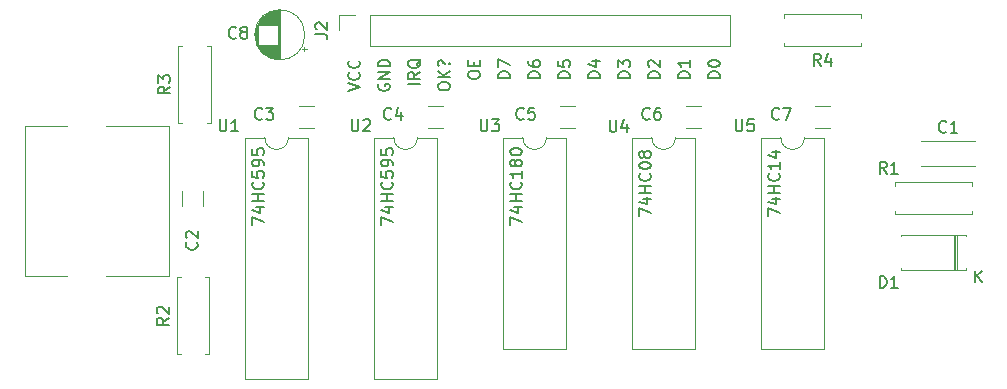
<source format=gto>
G04 #@! TF.GenerationSoftware,KiCad,Pcbnew,(5.1.9-0-10_14)*
G04 #@! TF.CreationDate,2021-06-10T12:32:47+02:00*
G04 #@! TF.ProjectId,keyboard,6b657962-6f61-4726-942e-6b696361645f,rev?*
G04 #@! TF.SameCoordinates,Original*
G04 #@! TF.FileFunction,Legend,Top*
G04 #@! TF.FilePolarity,Positive*
%FSLAX46Y46*%
G04 Gerber Fmt 4.6, Leading zero omitted, Abs format (unit mm)*
G04 Created by KiCad (PCBNEW (5.1.9-0-10_14)) date 2021-06-10 12:32:47*
%MOMM*%
%LPD*%
G01*
G04 APERTURE LIST*
%ADD10C,0.150000*%
%ADD11C,0.120000*%
%ADD12C,0.100000*%
%ADD13C,6.400000*%
%ADD14C,1.200000*%
%ADD15R,1.200000X1.200000*%
%ADD16R,3.200400X2.169160*%
%ADD17R,1.998980X3.200400*%
%ADD18C,1.700000*%
%ADD19O,1.600000X1.600000*%
%ADD20R,1.600000X1.600000*%
%ADD21C,1.600000*%
%ADD22O,2.200000X2.200000*%
%ADD23R,2.200000X2.200000*%
%ADD24O,1.700000X1.700000*%
%ADD25R,1.700000X1.700000*%
G04 APERTURE END LIST*
D10*
X134564380Y-66524095D02*
X133564380Y-66524095D01*
X133564380Y-66286000D01*
X133612000Y-66143142D01*
X133707238Y-66047904D01*
X133802476Y-66000285D01*
X133992952Y-65952666D01*
X134135809Y-65952666D01*
X134326285Y-66000285D01*
X134421523Y-66047904D01*
X134516761Y-66143142D01*
X134564380Y-66286000D01*
X134564380Y-66524095D01*
X133564380Y-65333619D02*
X133564380Y-65238380D01*
X133612000Y-65143142D01*
X133659619Y-65095523D01*
X133754857Y-65047904D01*
X133945333Y-65000285D01*
X134183428Y-65000285D01*
X134373904Y-65047904D01*
X134469142Y-65095523D01*
X134516761Y-65143142D01*
X134564380Y-65238380D01*
X134564380Y-65333619D01*
X134516761Y-65428857D01*
X134469142Y-65476476D01*
X134373904Y-65524095D01*
X134183428Y-65571714D01*
X133945333Y-65571714D01*
X133754857Y-65524095D01*
X133659619Y-65476476D01*
X133612000Y-65428857D01*
X133564380Y-65333619D01*
X132024380Y-66524095D02*
X131024380Y-66524095D01*
X131024380Y-66286000D01*
X131072000Y-66143142D01*
X131167238Y-66047904D01*
X131262476Y-66000285D01*
X131452952Y-65952666D01*
X131595809Y-65952666D01*
X131786285Y-66000285D01*
X131881523Y-66047904D01*
X131976761Y-66143142D01*
X132024380Y-66286000D01*
X132024380Y-66524095D01*
X132024380Y-65000285D02*
X132024380Y-65571714D01*
X132024380Y-65286000D02*
X131024380Y-65286000D01*
X131167238Y-65381238D01*
X131262476Y-65476476D01*
X131310095Y-65571714D01*
X129484380Y-66524095D02*
X128484380Y-66524095D01*
X128484380Y-66286000D01*
X128532000Y-66143142D01*
X128627238Y-66047904D01*
X128722476Y-66000285D01*
X128912952Y-65952666D01*
X129055809Y-65952666D01*
X129246285Y-66000285D01*
X129341523Y-66047904D01*
X129436761Y-66143142D01*
X129484380Y-66286000D01*
X129484380Y-66524095D01*
X128579619Y-65571714D02*
X128532000Y-65524095D01*
X128484380Y-65428857D01*
X128484380Y-65190761D01*
X128532000Y-65095523D01*
X128579619Y-65047904D01*
X128674857Y-65000285D01*
X128770095Y-65000285D01*
X128912952Y-65047904D01*
X129484380Y-65619333D01*
X129484380Y-65000285D01*
X126944380Y-66524095D02*
X125944380Y-66524095D01*
X125944380Y-66286000D01*
X125992000Y-66143142D01*
X126087238Y-66047904D01*
X126182476Y-66000285D01*
X126372952Y-65952666D01*
X126515809Y-65952666D01*
X126706285Y-66000285D01*
X126801523Y-66047904D01*
X126896761Y-66143142D01*
X126944380Y-66286000D01*
X126944380Y-66524095D01*
X125944380Y-65619333D02*
X125944380Y-65000285D01*
X126325333Y-65333619D01*
X126325333Y-65190761D01*
X126372952Y-65095523D01*
X126420571Y-65047904D01*
X126515809Y-65000285D01*
X126753904Y-65000285D01*
X126849142Y-65047904D01*
X126896761Y-65095523D01*
X126944380Y-65190761D01*
X126944380Y-65476476D01*
X126896761Y-65571714D01*
X126849142Y-65619333D01*
X124404380Y-66524095D02*
X123404380Y-66524095D01*
X123404380Y-66286000D01*
X123452000Y-66143142D01*
X123547238Y-66047904D01*
X123642476Y-66000285D01*
X123832952Y-65952666D01*
X123975809Y-65952666D01*
X124166285Y-66000285D01*
X124261523Y-66047904D01*
X124356761Y-66143142D01*
X124404380Y-66286000D01*
X124404380Y-66524095D01*
X123737714Y-65095523D02*
X124404380Y-65095523D01*
X123356761Y-65333619D02*
X124071047Y-65571714D01*
X124071047Y-64952666D01*
X121864380Y-66524095D02*
X120864380Y-66524095D01*
X120864380Y-66286000D01*
X120912000Y-66143142D01*
X121007238Y-66047904D01*
X121102476Y-66000285D01*
X121292952Y-65952666D01*
X121435809Y-65952666D01*
X121626285Y-66000285D01*
X121721523Y-66047904D01*
X121816761Y-66143142D01*
X121864380Y-66286000D01*
X121864380Y-66524095D01*
X120864380Y-65047904D02*
X120864380Y-65524095D01*
X121340571Y-65571714D01*
X121292952Y-65524095D01*
X121245333Y-65428857D01*
X121245333Y-65190761D01*
X121292952Y-65095523D01*
X121340571Y-65047904D01*
X121435809Y-65000285D01*
X121673904Y-65000285D01*
X121769142Y-65047904D01*
X121816761Y-65095523D01*
X121864380Y-65190761D01*
X121864380Y-65428857D01*
X121816761Y-65524095D01*
X121769142Y-65571714D01*
X119324380Y-66524095D02*
X118324380Y-66524095D01*
X118324380Y-66286000D01*
X118372000Y-66143142D01*
X118467238Y-66047904D01*
X118562476Y-66000285D01*
X118752952Y-65952666D01*
X118895809Y-65952666D01*
X119086285Y-66000285D01*
X119181523Y-66047904D01*
X119276761Y-66143142D01*
X119324380Y-66286000D01*
X119324380Y-66524095D01*
X118324380Y-65095523D02*
X118324380Y-65286000D01*
X118372000Y-65381238D01*
X118419619Y-65428857D01*
X118562476Y-65524095D01*
X118752952Y-65571714D01*
X119133904Y-65571714D01*
X119229142Y-65524095D01*
X119276761Y-65476476D01*
X119324380Y-65381238D01*
X119324380Y-65190761D01*
X119276761Y-65095523D01*
X119229142Y-65047904D01*
X119133904Y-65000285D01*
X118895809Y-65000285D01*
X118800571Y-65047904D01*
X118752952Y-65095523D01*
X118705333Y-65190761D01*
X118705333Y-65381238D01*
X118752952Y-65476476D01*
X118800571Y-65524095D01*
X118895809Y-65571714D01*
X116784380Y-66524095D02*
X115784380Y-66524095D01*
X115784380Y-66286000D01*
X115832000Y-66143142D01*
X115927238Y-66047904D01*
X116022476Y-66000285D01*
X116212952Y-65952666D01*
X116355809Y-65952666D01*
X116546285Y-66000285D01*
X116641523Y-66047904D01*
X116736761Y-66143142D01*
X116784380Y-66286000D01*
X116784380Y-66524095D01*
X115784380Y-65619333D02*
X115784380Y-64952666D01*
X116784380Y-65381238D01*
X113244380Y-66333619D02*
X113244380Y-66143142D01*
X113292000Y-66047904D01*
X113387238Y-65952666D01*
X113577714Y-65905047D01*
X113911047Y-65905047D01*
X114101523Y-65952666D01*
X114196761Y-66047904D01*
X114244380Y-66143142D01*
X114244380Y-66333619D01*
X114196761Y-66428857D01*
X114101523Y-66524095D01*
X113911047Y-66571714D01*
X113577714Y-66571714D01*
X113387238Y-66524095D01*
X113292000Y-66428857D01*
X113244380Y-66333619D01*
X113720571Y-65476476D02*
X113720571Y-65143142D01*
X114244380Y-65000285D02*
X114244380Y-65476476D01*
X113244380Y-65476476D01*
X113244380Y-65000285D01*
X110704380Y-67317809D02*
X110704380Y-67127333D01*
X110752000Y-67032095D01*
X110847238Y-66936857D01*
X111037714Y-66889238D01*
X111371047Y-66889238D01*
X111561523Y-66936857D01*
X111656761Y-67032095D01*
X111704380Y-67127333D01*
X111704380Y-67317809D01*
X111656761Y-67413047D01*
X111561523Y-67508285D01*
X111371047Y-67555904D01*
X111037714Y-67555904D01*
X110847238Y-67508285D01*
X110752000Y-67413047D01*
X110704380Y-67317809D01*
X111704380Y-66460666D02*
X110704380Y-66460666D01*
X111704380Y-65889238D02*
X111132952Y-66317809D01*
X110704380Y-65889238D02*
X111275809Y-66460666D01*
X111609142Y-65317809D02*
X111656761Y-65270190D01*
X111704380Y-65317809D01*
X111656761Y-65365428D01*
X111609142Y-65317809D01*
X111704380Y-65317809D01*
X110752000Y-65508285D02*
X110704380Y-65413047D01*
X110704380Y-65174952D01*
X110752000Y-65079714D01*
X110847238Y-65032095D01*
X110942476Y-65032095D01*
X111037714Y-65079714D01*
X111085333Y-65127333D01*
X111132952Y-65222571D01*
X111180571Y-65270190D01*
X111275809Y-65317809D01*
X111323428Y-65317809D01*
X109164380Y-67063809D02*
X108164380Y-67063809D01*
X109164380Y-66016190D02*
X108688190Y-66349523D01*
X109164380Y-66587619D02*
X108164380Y-66587619D01*
X108164380Y-66206666D01*
X108212000Y-66111428D01*
X108259619Y-66063809D01*
X108354857Y-66016190D01*
X108497714Y-66016190D01*
X108592952Y-66063809D01*
X108640571Y-66111428D01*
X108688190Y-66206666D01*
X108688190Y-66587619D01*
X109259619Y-64920952D02*
X109212000Y-65016190D01*
X109116761Y-65111428D01*
X108973904Y-65254285D01*
X108926285Y-65349523D01*
X108926285Y-65444761D01*
X109164380Y-65397142D02*
X109116761Y-65492380D01*
X109021523Y-65587619D01*
X108831047Y-65635238D01*
X108497714Y-65635238D01*
X108307238Y-65587619D01*
X108212000Y-65492380D01*
X108164380Y-65397142D01*
X108164380Y-65206666D01*
X108212000Y-65111428D01*
X108307238Y-65016190D01*
X108497714Y-64968571D01*
X108831047Y-64968571D01*
X109021523Y-65016190D01*
X109116761Y-65111428D01*
X109164380Y-65206666D01*
X109164380Y-65397142D01*
X105672000Y-67055904D02*
X105624380Y-67151142D01*
X105624380Y-67294000D01*
X105672000Y-67436857D01*
X105767238Y-67532095D01*
X105862476Y-67579714D01*
X106052952Y-67627333D01*
X106195809Y-67627333D01*
X106386285Y-67579714D01*
X106481523Y-67532095D01*
X106576761Y-67436857D01*
X106624380Y-67294000D01*
X106624380Y-67198761D01*
X106576761Y-67055904D01*
X106529142Y-67008285D01*
X106195809Y-67008285D01*
X106195809Y-67198761D01*
X106624380Y-66579714D02*
X105624380Y-66579714D01*
X106624380Y-66008285D01*
X105624380Y-66008285D01*
X106624380Y-65532095D02*
X105624380Y-65532095D01*
X105624380Y-65294000D01*
X105672000Y-65151142D01*
X105767238Y-65055904D01*
X105862476Y-65008285D01*
X106052952Y-64960666D01*
X106195809Y-64960666D01*
X106386285Y-65008285D01*
X106481523Y-65055904D01*
X106576761Y-65151142D01*
X106624380Y-65294000D01*
X106624380Y-65532095D01*
X103084380Y-67627333D02*
X104084380Y-67294000D01*
X103084380Y-66960666D01*
X103989142Y-66055904D02*
X104036761Y-66103523D01*
X104084380Y-66246380D01*
X104084380Y-66341619D01*
X104036761Y-66484476D01*
X103941523Y-66579714D01*
X103846285Y-66627333D01*
X103655809Y-66674952D01*
X103512952Y-66674952D01*
X103322476Y-66627333D01*
X103227238Y-66579714D01*
X103132000Y-66484476D01*
X103084380Y-66341619D01*
X103084380Y-66246380D01*
X103132000Y-66103523D01*
X103179619Y-66055904D01*
X103989142Y-65055904D02*
X104036761Y-65103523D01*
X104084380Y-65246380D01*
X104084380Y-65341619D01*
X104036761Y-65484476D01*
X103941523Y-65579714D01*
X103846285Y-65627333D01*
X103655809Y-65674952D01*
X103512952Y-65674952D01*
X103322476Y-65627333D01*
X103227238Y-65579714D01*
X103132000Y-65484476D01*
X103084380Y-65341619D01*
X103084380Y-65246380D01*
X103132000Y-65103523D01*
X103179619Y-65055904D01*
X138644380Y-78223714D02*
X138644380Y-77557047D01*
X139644380Y-77985619D01*
X138977714Y-76747523D02*
X139644380Y-76747523D01*
X138596761Y-76985619D02*
X139311047Y-77223714D01*
X139311047Y-76604666D01*
X139644380Y-76223714D02*
X138644380Y-76223714D01*
X139120571Y-76223714D02*
X139120571Y-75652285D01*
X139644380Y-75652285D02*
X138644380Y-75652285D01*
X139549142Y-74604666D02*
X139596761Y-74652285D01*
X139644380Y-74795142D01*
X139644380Y-74890380D01*
X139596761Y-75033238D01*
X139501523Y-75128476D01*
X139406285Y-75176095D01*
X139215809Y-75223714D01*
X139072952Y-75223714D01*
X138882476Y-75176095D01*
X138787238Y-75128476D01*
X138692000Y-75033238D01*
X138644380Y-74890380D01*
X138644380Y-74795142D01*
X138692000Y-74652285D01*
X138739619Y-74604666D01*
X139644380Y-73652285D02*
X139644380Y-74223714D01*
X139644380Y-73938000D02*
X138644380Y-73938000D01*
X138787238Y-74033238D01*
X138882476Y-74128476D01*
X138930095Y-74223714D01*
X138977714Y-72795142D02*
X139644380Y-72795142D01*
X138596761Y-73033238D02*
X139311047Y-73271333D01*
X139311047Y-72652285D01*
X127722380Y-78223714D02*
X127722380Y-77557047D01*
X128722380Y-77985619D01*
X128055714Y-76747523D02*
X128722380Y-76747523D01*
X127674761Y-76985619D02*
X128389047Y-77223714D01*
X128389047Y-76604666D01*
X128722380Y-76223714D02*
X127722380Y-76223714D01*
X128198571Y-76223714D02*
X128198571Y-75652285D01*
X128722380Y-75652285D02*
X127722380Y-75652285D01*
X128627142Y-74604666D02*
X128674761Y-74652285D01*
X128722380Y-74795142D01*
X128722380Y-74890380D01*
X128674761Y-75033238D01*
X128579523Y-75128476D01*
X128484285Y-75176095D01*
X128293809Y-75223714D01*
X128150952Y-75223714D01*
X127960476Y-75176095D01*
X127865238Y-75128476D01*
X127770000Y-75033238D01*
X127722380Y-74890380D01*
X127722380Y-74795142D01*
X127770000Y-74652285D01*
X127817619Y-74604666D01*
X127722380Y-73985619D02*
X127722380Y-73890380D01*
X127770000Y-73795142D01*
X127817619Y-73747523D01*
X127912857Y-73699904D01*
X128103333Y-73652285D01*
X128341428Y-73652285D01*
X128531904Y-73699904D01*
X128627142Y-73747523D01*
X128674761Y-73795142D01*
X128722380Y-73890380D01*
X128722380Y-73985619D01*
X128674761Y-74080857D01*
X128627142Y-74128476D01*
X128531904Y-74176095D01*
X128341428Y-74223714D01*
X128103333Y-74223714D01*
X127912857Y-74176095D01*
X127817619Y-74128476D01*
X127770000Y-74080857D01*
X127722380Y-73985619D01*
X128150952Y-73080857D02*
X128103333Y-73176095D01*
X128055714Y-73223714D01*
X127960476Y-73271333D01*
X127912857Y-73271333D01*
X127817619Y-73223714D01*
X127770000Y-73176095D01*
X127722380Y-73080857D01*
X127722380Y-72890380D01*
X127770000Y-72795142D01*
X127817619Y-72747523D01*
X127912857Y-72699904D01*
X127960476Y-72699904D01*
X128055714Y-72747523D01*
X128103333Y-72795142D01*
X128150952Y-72890380D01*
X128150952Y-73080857D01*
X128198571Y-73176095D01*
X128246190Y-73223714D01*
X128341428Y-73271333D01*
X128531904Y-73271333D01*
X128627142Y-73223714D01*
X128674761Y-73176095D01*
X128722380Y-73080857D01*
X128722380Y-72890380D01*
X128674761Y-72795142D01*
X128627142Y-72747523D01*
X128531904Y-72699904D01*
X128341428Y-72699904D01*
X128246190Y-72747523D01*
X128198571Y-72795142D01*
X128150952Y-72890380D01*
X116800380Y-78953904D02*
X116800380Y-78287238D01*
X117800380Y-78715809D01*
X117133714Y-77477714D02*
X117800380Y-77477714D01*
X116752761Y-77715809D02*
X117467047Y-77953904D01*
X117467047Y-77334857D01*
X117800380Y-76953904D02*
X116800380Y-76953904D01*
X117276571Y-76953904D02*
X117276571Y-76382476D01*
X117800380Y-76382476D02*
X116800380Y-76382476D01*
X117705142Y-75334857D02*
X117752761Y-75382476D01*
X117800380Y-75525333D01*
X117800380Y-75620571D01*
X117752761Y-75763428D01*
X117657523Y-75858666D01*
X117562285Y-75906285D01*
X117371809Y-75953904D01*
X117228952Y-75953904D01*
X117038476Y-75906285D01*
X116943238Y-75858666D01*
X116848000Y-75763428D01*
X116800380Y-75620571D01*
X116800380Y-75525333D01*
X116848000Y-75382476D01*
X116895619Y-75334857D01*
X117800380Y-74382476D02*
X117800380Y-74953904D01*
X117800380Y-74668190D02*
X116800380Y-74668190D01*
X116943238Y-74763428D01*
X117038476Y-74858666D01*
X117086095Y-74953904D01*
X117228952Y-73811047D02*
X117181333Y-73906285D01*
X117133714Y-73953904D01*
X117038476Y-74001523D01*
X116990857Y-74001523D01*
X116895619Y-73953904D01*
X116848000Y-73906285D01*
X116800380Y-73811047D01*
X116800380Y-73620571D01*
X116848000Y-73525333D01*
X116895619Y-73477714D01*
X116990857Y-73430095D01*
X117038476Y-73430095D01*
X117133714Y-73477714D01*
X117181333Y-73525333D01*
X117228952Y-73620571D01*
X117228952Y-73811047D01*
X117276571Y-73906285D01*
X117324190Y-73953904D01*
X117419428Y-74001523D01*
X117609904Y-74001523D01*
X117705142Y-73953904D01*
X117752761Y-73906285D01*
X117800380Y-73811047D01*
X117800380Y-73620571D01*
X117752761Y-73525333D01*
X117705142Y-73477714D01*
X117609904Y-73430095D01*
X117419428Y-73430095D01*
X117324190Y-73477714D01*
X117276571Y-73525333D01*
X117228952Y-73620571D01*
X116800380Y-72811047D02*
X116800380Y-72715809D01*
X116848000Y-72620571D01*
X116895619Y-72572952D01*
X116990857Y-72525333D01*
X117181333Y-72477714D01*
X117419428Y-72477714D01*
X117609904Y-72525333D01*
X117705142Y-72572952D01*
X117752761Y-72620571D01*
X117800380Y-72715809D01*
X117800380Y-72811047D01*
X117752761Y-72906285D01*
X117705142Y-72953904D01*
X117609904Y-73001523D01*
X117419428Y-73049142D01*
X117181333Y-73049142D01*
X116990857Y-73001523D01*
X116895619Y-72953904D01*
X116848000Y-72906285D01*
X116800380Y-72811047D01*
X105878380Y-78953904D02*
X105878380Y-78287238D01*
X106878380Y-78715809D01*
X106211714Y-77477714D02*
X106878380Y-77477714D01*
X105830761Y-77715809D02*
X106545047Y-77953904D01*
X106545047Y-77334857D01*
X106878380Y-76953904D02*
X105878380Y-76953904D01*
X106354571Y-76953904D02*
X106354571Y-76382476D01*
X106878380Y-76382476D02*
X105878380Y-76382476D01*
X106783142Y-75334857D02*
X106830761Y-75382476D01*
X106878380Y-75525333D01*
X106878380Y-75620571D01*
X106830761Y-75763428D01*
X106735523Y-75858666D01*
X106640285Y-75906285D01*
X106449809Y-75953904D01*
X106306952Y-75953904D01*
X106116476Y-75906285D01*
X106021238Y-75858666D01*
X105926000Y-75763428D01*
X105878380Y-75620571D01*
X105878380Y-75525333D01*
X105926000Y-75382476D01*
X105973619Y-75334857D01*
X105878380Y-74430095D02*
X105878380Y-74906285D01*
X106354571Y-74953904D01*
X106306952Y-74906285D01*
X106259333Y-74811047D01*
X106259333Y-74572952D01*
X106306952Y-74477714D01*
X106354571Y-74430095D01*
X106449809Y-74382476D01*
X106687904Y-74382476D01*
X106783142Y-74430095D01*
X106830761Y-74477714D01*
X106878380Y-74572952D01*
X106878380Y-74811047D01*
X106830761Y-74906285D01*
X106783142Y-74953904D01*
X106878380Y-73906285D02*
X106878380Y-73715809D01*
X106830761Y-73620571D01*
X106783142Y-73572952D01*
X106640285Y-73477714D01*
X106449809Y-73430095D01*
X106068857Y-73430095D01*
X105973619Y-73477714D01*
X105926000Y-73525333D01*
X105878380Y-73620571D01*
X105878380Y-73811047D01*
X105926000Y-73906285D01*
X105973619Y-73953904D01*
X106068857Y-74001523D01*
X106306952Y-74001523D01*
X106402190Y-73953904D01*
X106449809Y-73906285D01*
X106497428Y-73811047D01*
X106497428Y-73620571D01*
X106449809Y-73525333D01*
X106402190Y-73477714D01*
X106306952Y-73430095D01*
X105878380Y-72525333D02*
X105878380Y-73001523D01*
X106354571Y-73049142D01*
X106306952Y-73001523D01*
X106259333Y-72906285D01*
X106259333Y-72668190D01*
X106306952Y-72572952D01*
X106354571Y-72525333D01*
X106449809Y-72477714D01*
X106687904Y-72477714D01*
X106783142Y-72525333D01*
X106830761Y-72572952D01*
X106878380Y-72668190D01*
X106878380Y-72906285D01*
X106830761Y-73001523D01*
X106783142Y-73049142D01*
X94956380Y-78953904D02*
X94956380Y-78287238D01*
X95956380Y-78715809D01*
X95289714Y-77477714D02*
X95956380Y-77477714D01*
X94908761Y-77715809D02*
X95623047Y-77953904D01*
X95623047Y-77334857D01*
X95956380Y-76953904D02*
X94956380Y-76953904D01*
X95432571Y-76953904D02*
X95432571Y-76382476D01*
X95956380Y-76382476D02*
X94956380Y-76382476D01*
X95861142Y-75334857D02*
X95908761Y-75382476D01*
X95956380Y-75525333D01*
X95956380Y-75620571D01*
X95908761Y-75763428D01*
X95813523Y-75858666D01*
X95718285Y-75906285D01*
X95527809Y-75953904D01*
X95384952Y-75953904D01*
X95194476Y-75906285D01*
X95099238Y-75858666D01*
X95004000Y-75763428D01*
X94956380Y-75620571D01*
X94956380Y-75525333D01*
X95004000Y-75382476D01*
X95051619Y-75334857D01*
X94956380Y-74430095D02*
X94956380Y-74906285D01*
X95432571Y-74953904D01*
X95384952Y-74906285D01*
X95337333Y-74811047D01*
X95337333Y-74572952D01*
X95384952Y-74477714D01*
X95432571Y-74430095D01*
X95527809Y-74382476D01*
X95765904Y-74382476D01*
X95861142Y-74430095D01*
X95908761Y-74477714D01*
X95956380Y-74572952D01*
X95956380Y-74811047D01*
X95908761Y-74906285D01*
X95861142Y-74953904D01*
X95956380Y-73906285D02*
X95956380Y-73715809D01*
X95908761Y-73620571D01*
X95861142Y-73572952D01*
X95718285Y-73477714D01*
X95527809Y-73430095D01*
X95146857Y-73430095D01*
X95051619Y-73477714D01*
X95004000Y-73525333D01*
X94956380Y-73620571D01*
X94956380Y-73811047D01*
X95004000Y-73906285D01*
X95051619Y-73953904D01*
X95146857Y-74001523D01*
X95384952Y-74001523D01*
X95480190Y-73953904D01*
X95527809Y-73906285D01*
X95575428Y-73811047D01*
X95575428Y-73620571D01*
X95527809Y-73525333D01*
X95480190Y-73477714D01*
X95384952Y-73430095D01*
X94956380Y-72525333D02*
X94956380Y-73001523D01*
X95432571Y-73049142D01*
X95384952Y-73001523D01*
X95337333Y-72906285D01*
X95337333Y-72668190D01*
X95384952Y-72572952D01*
X95432571Y-72525333D01*
X95527809Y-72477714D01*
X95765904Y-72477714D01*
X95861142Y-72525333D01*
X95908761Y-72572952D01*
X95956380Y-72668190D01*
X95956380Y-72906285D01*
X95908761Y-73001523D01*
X95861142Y-73049142D01*
D11*
X99367801Y-64260000D02*
X99367801Y-63860000D01*
X99567801Y-64060000D02*
X99167801Y-64060000D01*
X95217000Y-63235000D02*
X95217000Y-62495000D01*
X95257000Y-63402000D02*
X95257000Y-62328000D01*
X95297000Y-63529000D02*
X95297000Y-62201000D01*
X95337000Y-63633000D02*
X95337000Y-62097000D01*
X95377000Y-63724000D02*
X95377000Y-62006000D01*
X95417000Y-63805000D02*
X95417000Y-61925000D01*
X95457000Y-63878000D02*
X95457000Y-61852000D01*
X95497000Y-62025000D02*
X95497000Y-61785000D01*
X95497000Y-63945000D02*
X95497000Y-63705000D01*
X95537000Y-62025000D02*
X95537000Y-61723000D01*
X95537000Y-64007000D02*
X95537000Y-63705000D01*
X95577000Y-62025000D02*
X95577000Y-61665000D01*
X95577000Y-64065000D02*
X95577000Y-63705000D01*
X95617000Y-62025000D02*
X95617000Y-61611000D01*
X95617000Y-64119000D02*
X95617000Y-63705000D01*
X95657000Y-62025000D02*
X95657000Y-61561000D01*
X95657000Y-64169000D02*
X95657000Y-63705000D01*
X95697000Y-62025000D02*
X95697000Y-61514000D01*
X95697000Y-64216000D02*
X95697000Y-63705000D01*
X95737000Y-62025000D02*
X95737000Y-61469000D01*
X95737000Y-64261000D02*
X95737000Y-63705000D01*
X95777000Y-62025000D02*
X95777000Y-61427000D01*
X95777000Y-64303000D02*
X95777000Y-63705000D01*
X95817000Y-62025000D02*
X95817000Y-61387000D01*
X95817000Y-64343000D02*
X95817000Y-63705000D01*
X95857000Y-62025000D02*
X95857000Y-61349000D01*
X95857000Y-64381000D02*
X95857000Y-63705000D01*
X95897000Y-62025000D02*
X95897000Y-61313000D01*
X95897000Y-64417000D02*
X95897000Y-63705000D01*
X95937000Y-62025000D02*
X95937000Y-61278000D01*
X95937000Y-64452000D02*
X95937000Y-63705000D01*
X95977000Y-62025000D02*
X95977000Y-61246000D01*
X95977000Y-64484000D02*
X95977000Y-63705000D01*
X96017000Y-62025000D02*
X96017000Y-61215000D01*
X96017000Y-64515000D02*
X96017000Y-63705000D01*
X96057000Y-62025000D02*
X96057000Y-61185000D01*
X96057000Y-64545000D02*
X96057000Y-63705000D01*
X96097000Y-62025000D02*
X96097000Y-61157000D01*
X96097000Y-64573000D02*
X96097000Y-63705000D01*
X96137000Y-62025000D02*
X96137000Y-61130000D01*
X96137000Y-64600000D02*
X96137000Y-63705000D01*
X96177000Y-62025000D02*
X96177000Y-61105000D01*
X96177000Y-64625000D02*
X96177000Y-63705000D01*
X96217000Y-62025000D02*
X96217000Y-61080000D01*
X96217000Y-64650000D02*
X96217000Y-63705000D01*
X96257000Y-62025000D02*
X96257000Y-61057000D01*
X96257000Y-64673000D02*
X96257000Y-63705000D01*
X96297000Y-62025000D02*
X96297000Y-61035000D01*
X96297000Y-64695000D02*
X96297000Y-63705000D01*
X96337000Y-62025000D02*
X96337000Y-61014000D01*
X96337000Y-64716000D02*
X96337000Y-63705000D01*
X96377000Y-62025000D02*
X96377000Y-60995000D01*
X96377000Y-64735000D02*
X96377000Y-63705000D01*
X96417000Y-62025000D02*
X96417000Y-60976000D01*
X96417000Y-64754000D02*
X96417000Y-63705000D01*
X96457000Y-62025000D02*
X96457000Y-60958000D01*
X96457000Y-64772000D02*
X96457000Y-63705000D01*
X96497000Y-62025000D02*
X96497000Y-60941000D01*
X96497000Y-64789000D02*
X96497000Y-63705000D01*
X96537000Y-62025000D02*
X96537000Y-60925000D01*
X96537000Y-64805000D02*
X96537000Y-63705000D01*
X96577000Y-62025000D02*
X96577000Y-60911000D01*
X96577000Y-64819000D02*
X96577000Y-63705000D01*
X96618000Y-62025000D02*
X96618000Y-60897000D01*
X96618000Y-64833000D02*
X96618000Y-63705000D01*
X96658000Y-62025000D02*
X96658000Y-60883000D01*
X96658000Y-64847000D02*
X96658000Y-63705000D01*
X96698000Y-62025000D02*
X96698000Y-60871000D01*
X96698000Y-64859000D02*
X96698000Y-63705000D01*
X96738000Y-62025000D02*
X96738000Y-60860000D01*
X96738000Y-64870000D02*
X96738000Y-63705000D01*
X96778000Y-62025000D02*
X96778000Y-60849000D01*
X96778000Y-64881000D02*
X96778000Y-63705000D01*
X96818000Y-62025000D02*
X96818000Y-60840000D01*
X96818000Y-64890000D02*
X96818000Y-63705000D01*
X96858000Y-62025000D02*
X96858000Y-60831000D01*
X96858000Y-64899000D02*
X96858000Y-63705000D01*
X96898000Y-62025000D02*
X96898000Y-60823000D01*
X96898000Y-64907000D02*
X96898000Y-63705000D01*
X96938000Y-62025000D02*
X96938000Y-60815000D01*
X96938000Y-64915000D02*
X96938000Y-63705000D01*
X96978000Y-62025000D02*
X96978000Y-60809000D01*
X96978000Y-64921000D02*
X96978000Y-63705000D01*
X97018000Y-62025000D02*
X97018000Y-60803000D01*
X97018000Y-64927000D02*
X97018000Y-63705000D01*
X97058000Y-62025000D02*
X97058000Y-60798000D01*
X97058000Y-64932000D02*
X97058000Y-63705000D01*
X97098000Y-62025000D02*
X97098000Y-60794000D01*
X97098000Y-64936000D02*
X97098000Y-63705000D01*
X97138000Y-64939000D02*
X97138000Y-60791000D01*
X97178000Y-64942000D02*
X97178000Y-60788000D01*
X97218000Y-64944000D02*
X97218000Y-60786000D01*
X97258000Y-64945000D02*
X97258000Y-60785000D01*
X97298000Y-64945000D02*
X97298000Y-60785000D01*
X99418000Y-62865000D02*
G75*
G03*
X99418000Y-62865000I-2120000J0D01*
G01*
D12*
X81000600Y-70612000D02*
X87950600Y-70612000D01*
X87950600Y-70612000D02*
X87950600Y-83312000D01*
X87950600Y-83312000D02*
X75690600Y-83312000D01*
X75690600Y-83312000D02*
X75690600Y-70612000D01*
X75690600Y-70612000D02*
X81000600Y-70612000D01*
D11*
X143366000Y-71568000D02*
X141716000Y-71568000D01*
X143366000Y-89468000D02*
X143366000Y-71568000D01*
X138066000Y-89468000D02*
X143366000Y-89468000D01*
X138066000Y-71568000D02*
X138066000Y-89468000D01*
X139716000Y-71568000D02*
X138066000Y-71568000D01*
X141716000Y-71568000D02*
G75*
G02*
X139716000Y-71568000I-1000000J0D01*
G01*
X156154000Y-73953000D02*
X156154000Y-73968000D01*
X156154000Y-71828000D02*
X156154000Y-71843000D01*
X151614000Y-73953000D02*
X151614000Y-73968000D01*
X151614000Y-71828000D02*
X151614000Y-71843000D01*
X151614000Y-73968000D02*
X156154000Y-73968000D01*
X151614000Y-71828000D02*
X156154000Y-71828000D01*
X146526000Y-63854000D02*
X146526000Y-63524000D01*
X139986000Y-63854000D02*
X146526000Y-63854000D01*
X139986000Y-63524000D02*
X139986000Y-63854000D01*
X146526000Y-61114000D02*
X146526000Y-61444000D01*
X139986000Y-61114000D02*
X146526000Y-61114000D01*
X139986000Y-61444000D02*
X139986000Y-61114000D01*
X88698400Y-70326000D02*
X89028400Y-70326000D01*
X88698400Y-63786000D02*
X88698400Y-70326000D01*
X89028400Y-63786000D02*
X88698400Y-63786000D01*
X91438400Y-70326000D02*
X91108400Y-70326000D01*
X91438400Y-63786000D02*
X91438400Y-70326000D01*
X91108400Y-63786000D02*
X91438400Y-63786000D01*
X88571400Y-89909400D02*
X88901400Y-89909400D01*
X88571400Y-83369400D02*
X88571400Y-89909400D01*
X88901400Y-83369400D02*
X88571400Y-83369400D01*
X91311400Y-89909400D02*
X90981400Y-89909400D01*
X91311400Y-83369400D02*
X91311400Y-89909400D01*
X90981400Y-83369400D02*
X91311400Y-83369400D01*
X155924000Y-78078000D02*
X155924000Y-77748000D01*
X149384000Y-78078000D02*
X155924000Y-78078000D01*
X149384000Y-77748000D02*
X149384000Y-78078000D01*
X155924000Y-75338000D02*
X155924000Y-75668000D01*
X149384000Y-75338000D02*
X155924000Y-75338000D01*
X149384000Y-75668000D02*
X149384000Y-75338000D01*
X154594000Y-82750000D02*
X154594000Y-79810000D01*
X154354000Y-82750000D02*
X154354000Y-79810000D01*
X154474000Y-82750000D02*
X154474000Y-79810000D01*
X149934000Y-79810000D02*
X149934000Y-79940000D01*
X155374000Y-79810000D02*
X149934000Y-79810000D01*
X155374000Y-79940000D02*
X155374000Y-79810000D01*
X149934000Y-82750000D02*
X149934000Y-82620000D01*
X155374000Y-82750000D02*
X149934000Y-82750000D01*
X155374000Y-82620000D02*
X155374000Y-82750000D01*
X142647000Y-70770000D02*
X143905000Y-70770000D01*
X142647000Y-68930000D02*
X143905000Y-68930000D01*
X131685000Y-70770000D02*
X132943000Y-70770000D01*
X131685000Y-68930000D02*
X132943000Y-68930000D01*
X121017000Y-70770000D02*
X122275000Y-70770000D01*
X121017000Y-68930000D02*
X122275000Y-68930000D01*
X109841000Y-70770000D02*
X111099000Y-70770000D01*
X109841000Y-68930000D02*
X111099000Y-68930000D01*
X98919000Y-70770000D02*
X100177000Y-70770000D01*
X98919000Y-68930000D02*
X100177000Y-68930000D01*
X90836000Y-77382400D02*
X90836000Y-76124400D01*
X88996000Y-77382400D02*
X88996000Y-76124400D01*
X128794000Y-71568000D02*
X127144000Y-71568000D01*
X127144000Y-71568000D02*
X127144000Y-89468000D01*
X127144000Y-89468000D02*
X132444000Y-89468000D01*
X132444000Y-89468000D02*
X132444000Y-71568000D01*
X132444000Y-71568000D02*
X130794000Y-71568000D01*
X130794000Y-71568000D02*
G75*
G02*
X128794000Y-71568000I-1000000J0D01*
G01*
X117872000Y-71568000D02*
X116222000Y-71568000D01*
X116222000Y-71568000D02*
X116222000Y-89468000D01*
X116222000Y-89468000D02*
X121522000Y-89468000D01*
X121522000Y-89468000D02*
X121522000Y-71568000D01*
X121522000Y-71568000D02*
X119872000Y-71568000D01*
X119872000Y-71568000D02*
G75*
G02*
X117872000Y-71568000I-1000000J0D01*
G01*
X106950000Y-71568000D02*
X105300000Y-71568000D01*
X105300000Y-71568000D02*
X105300000Y-92008000D01*
X105300000Y-92008000D02*
X110600000Y-92008000D01*
X110600000Y-92008000D02*
X110600000Y-71568000D01*
X110600000Y-71568000D02*
X108950000Y-71568000D01*
X108950000Y-71568000D02*
G75*
G02*
X106950000Y-71568000I-1000000J0D01*
G01*
X96028000Y-71568000D02*
X94378000Y-71568000D01*
X94378000Y-71568000D02*
X94378000Y-92008000D01*
X94378000Y-92008000D02*
X99678000Y-92008000D01*
X99678000Y-92008000D02*
X99678000Y-71568000D01*
X99678000Y-71568000D02*
X98028000Y-71568000D01*
X98028000Y-71568000D02*
G75*
G02*
X96028000Y-71568000I-1000000J0D01*
G01*
X104902000Y-63814000D02*
X104902000Y-61154000D01*
X104902000Y-63814000D02*
X135442000Y-63814000D01*
X135442000Y-63814000D02*
X135442000Y-61154000D01*
X104902000Y-61154000D02*
X135442000Y-61154000D01*
X102302000Y-61154000D02*
X103632000Y-61154000D01*
X102302000Y-62484000D02*
X102302000Y-61154000D01*
D10*
X93584733Y-63095142D02*
X93537114Y-63142761D01*
X93394257Y-63190380D01*
X93299019Y-63190380D01*
X93156161Y-63142761D01*
X93060923Y-63047523D01*
X93013304Y-62952285D01*
X92965685Y-62761809D01*
X92965685Y-62618952D01*
X93013304Y-62428476D01*
X93060923Y-62333238D01*
X93156161Y-62238000D01*
X93299019Y-62190380D01*
X93394257Y-62190380D01*
X93537114Y-62238000D01*
X93584733Y-62285619D01*
X94156161Y-62618952D02*
X94060923Y-62571333D01*
X94013304Y-62523714D01*
X93965685Y-62428476D01*
X93965685Y-62380857D01*
X94013304Y-62285619D01*
X94060923Y-62238000D01*
X94156161Y-62190380D01*
X94346638Y-62190380D01*
X94441876Y-62238000D01*
X94489495Y-62285619D01*
X94537114Y-62380857D01*
X94537114Y-62428476D01*
X94489495Y-62523714D01*
X94441876Y-62571333D01*
X94346638Y-62618952D01*
X94156161Y-62618952D01*
X94060923Y-62666571D01*
X94013304Y-62714190D01*
X93965685Y-62809428D01*
X93965685Y-62999904D01*
X94013304Y-63095142D01*
X94060923Y-63142761D01*
X94156161Y-63190380D01*
X94346638Y-63190380D01*
X94441876Y-63142761D01*
X94489495Y-63095142D01*
X94537114Y-62999904D01*
X94537114Y-62809428D01*
X94489495Y-62714190D01*
X94441876Y-62666571D01*
X94346638Y-62618952D01*
X135890095Y-70020380D02*
X135890095Y-70829904D01*
X135937714Y-70925142D01*
X135985333Y-70972761D01*
X136080571Y-71020380D01*
X136271047Y-71020380D01*
X136366285Y-70972761D01*
X136413904Y-70925142D01*
X136461523Y-70829904D01*
X136461523Y-70020380D01*
X137413904Y-70020380D02*
X136937714Y-70020380D01*
X136890095Y-70496571D01*
X136937714Y-70448952D01*
X137032952Y-70401333D01*
X137271047Y-70401333D01*
X137366285Y-70448952D01*
X137413904Y-70496571D01*
X137461523Y-70591809D01*
X137461523Y-70829904D01*
X137413904Y-70925142D01*
X137366285Y-70972761D01*
X137271047Y-71020380D01*
X137032952Y-71020380D01*
X136937714Y-70972761D01*
X136890095Y-70925142D01*
X153717333Y-71055142D02*
X153669714Y-71102761D01*
X153526857Y-71150380D01*
X153431619Y-71150380D01*
X153288761Y-71102761D01*
X153193523Y-71007523D01*
X153145904Y-70912285D01*
X153098285Y-70721809D01*
X153098285Y-70578952D01*
X153145904Y-70388476D01*
X153193523Y-70293238D01*
X153288761Y-70198000D01*
X153431619Y-70150380D01*
X153526857Y-70150380D01*
X153669714Y-70198000D01*
X153717333Y-70245619D01*
X154669714Y-71150380D02*
X154098285Y-71150380D01*
X154384000Y-71150380D02*
X154384000Y-70150380D01*
X154288761Y-70293238D01*
X154193523Y-70388476D01*
X154098285Y-70436095D01*
X143089333Y-65476380D02*
X142756000Y-65000190D01*
X142517904Y-65476380D02*
X142517904Y-64476380D01*
X142898857Y-64476380D01*
X142994095Y-64524000D01*
X143041714Y-64571619D01*
X143089333Y-64666857D01*
X143089333Y-64809714D01*
X143041714Y-64904952D01*
X142994095Y-64952571D01*
X142898857Y-65000190D01*
X142517904Y-65000190D01*
X143946476Y-64809714D02*
X143946476Y-65476380D01*
X143708380Y-64428761D02*
X143470285Y-65143047D01*
X144089333Y-65143047D01*
X88006180Y-67248066D02*
X87529990Y-67581400D01*
X88006180Y-67819495D02*
X87006180Y-67819495D01*
X87006180Y-67438542D01*
X87053800Y-67343304D01*
X87101419Y-67295685D01*
X87196657Y-67248066D01*
X87339514Y-67248066D01*
X87434752Y-67295685D01*
X87482371Y-67343304D01*
X87529990Y-67438542D01*
X87529990Y-67819495D01*
X87006180Y-66914733D02*
X87006180Y-66295685D01*
X87387133Y-66629019D01*
X87387133Y-66486161D01*
X87434752Y-66390923D01*
X87482371Y-66343304D01*
X87577609Y-66295685D01*
X87815704Y-66295685D01*
X87910942Y-66343304D01*
X87958561Y-66390923D01*
X88006180Y-66486161D01*
X88006180Y-66771876D01*
X87958561Y-66867114D01*
X87910942Y-66914733D01*
X87879180Y-86831466D02*
X87402990Y-87164800D01*
X87879180Y-87402895D02*
X86879180Y-87402895D01*
X86879180Y-87021942D01*
X86926800Y-86926704D01*
X86974419Y-86879085D01*
X87069657Y-86831466D01*
X87212514Y-86831466D01*
X87307752Y-86879085D01*
X87355371Y-86926704D01*
X87402990Y-87021942D01*
X87402990Y-87402895D01*
X86974419Y-86450514D02*
X86926800Y-86402895D01*
X86879180Y-86307657D01*
X86879180Y-86069561D01*
X86926800Y-85974323D01*
X86974419Y-85926704D01*
X87069657Y-85879085D01*
X87164895Y-85879085D01*
X87307752Y-85926704D01*
X87879180Y-86498133D01*
X87879180Y-85879085D01*
X148677333Y-74620380D02*
X148344000Y-74144190D01*
X148105904Y-74620380D02*
X148105904Y-73620380D01*
X148486857Y-73620380D01*
X148582095Y-73668000D01*
X148629714Y-73715619D01*
X148677333Y-73810857D01*
X148677333Y-73953714D01*
X148629714Y-74048952D01*
X148582095Y-74096571D01*
X148486857Y-74144190D01*
X148105904Y-74144190D01*
X149629714Y-74620380D02*
X149058285Y-74620380D01*
X149344000Y-74620380D02*
X149344000Y-73620380D01*
X149248761Y-73763238D01*
X149153523Y-73858476D01*
X149058285Y-73906095D01*
X148105904Y-84272380D02*
X148105904Y-83272380D01*
X148344000Y-83272380D01*
X148486857Y-83320000D01*
X148582095Y-83415238D01*
X148629714Y-83510476D01*
X148677333Y-83700952D01*
X148677333Y-83843809D01*
X148629714Y-84034285D01*
X148582095Y-84129523D01*
X148486857Y-84224761D01*
X148344000Y-84272380D01*
X148105904Y-84272380D01*
X149629714Y-84272380D02*
X149058285Y-84272380D01*
X149344000Y-84272380D02*
X149344000Y-83272380D01*
X149248761Y-83415238D01*
X149153523Y-83510476D01*
X149058285Y-83558095D01*
X156202095Y-83832380D02*
X156202095Y-82832380D01*
X156773523Y-83832380D02*
X156344952Y-83260952D01*
X156773523Y-82832380D02*
X156202095Y-83403809D01*
X139573333Y-69953142D02*
X139525714Y-70000761D01*
X139382857Y-70048380D01*
X139287619Y-70048380D01*
X139144761Y-70000761D01*
X139049523Y-69905523D01*
X139001904Y-69810285D01*
X138954285Y-69619809D01*
X138954285Y-69476952D01*
X139001904Y-69286476D01*
X139049523Y-69191238D01*
X139144761Y-69096000D01*
X139287619Y-69048380D01*
X139382857Y-69048380D01*
X139525714Y-69096000D01*
X139573333Y-69143619D01*
X139906666Y-69048380D02*
X140573333Y-69048380D01*
X140144761Y-70048380D01*
X128611333Y-69953142D02*
X128563714Y-70000761D01*
X128420857Y-70048380D01*
X128325619Y-70048380D01*
X128182761Y-70000761D01*
X128087523Y-69905523D01*
X128039904Y-69810285D01*
X127992285Y-69619809D01*
X127992285Y-69476952D01*
X128039904Y-69286476D01*
X128087523Y-69191238D01*
X128182761Y-69096000D01*
X128325619Y-69048380D01*
X128420857Y-69048380D01*
X128563714Y-69096000D01*
X128611333Y-69143619D01*
X129468476Y-69048380D02*
X129278000Y-69048380D01*
X129182761Y-69096000D01*
X129135142Y-69143619D01*
X129039904Y-69286476D01*
X128992285Y-69476952D01*
X128992285Y-69857904D01*
X129039904Y-69953142D01*
X129087523Y-70000761D01*
X129182761Y-70048380D01*
X129373238Y-70048380D01*
X129468476Y-70000761D01*
X129516095Y-69953142D01*
X129563714Y-69857904D01*
X129563714Y-69619809D01*
X129516095Y-69524571D01*
X129468476Y-69476952D01*
X129373238Y-69429333D01*
X129182761Y-69429333D01*
X129087523Y-69476952D01*
X129039904Y-69524571D01*
X128992285Y-69619809D01*
X117943333Y-69953142D02*
X117895714Y-70000761D01*
X117752857Y-70048380D01*
X117657619Y-70048380D01*
X117514761Y-70000761D01*
X117419523Y-69905523D01*
X117371904Y-69810285D01*
X117324285Y-69619809D01*
X117324285Y-69476952D01*
X117371904Y-69286476D01*
X117419523Y-69191238D01*
X117514761Y-69096000D01*
X117657619Y-69048380D01*
X117752857Y-69048380D01*
X117895714Y-69096000D01*
X117943333Y-69143619D01*
X118848095Y-69048380D02*
X118371904Y-69048380D01*
X118324285Y-69524571D01*
X118371904Y-69476952D01*
X118467142Y-69429333D01*
X118705238Y-69429333D01*
X118800476Y-69476952D01*
X118848095Y-69524571D01*
X118895714Y-69619809D01*
X118895714Y-69857904D01*
X118848095Y-69953142D01*
X118800476Y-70000761D01*
X118705238Y-70048380D01*
X118467142Y-70048380D01*
X118371904Y-70000761D01*
X118324285Y-69953142D01*
X106727333Y-69953142D02*
X106679714Y-70000761D01*
X106536857Y-70048380D01*
X106441619Y-70048380D01*
X106298761Y-70000761D01*
X106203523Y-69905523D01*
X106155904Y-69810285D01*
X106108285Y-69619809D01*
X106108285Y-69476952D01*
X106155904Y-69286476D01*
X106203523Y-69191238D01*
X106298761Y-69096000D01*
X106441619Y-69048380D01*
X106536857Y-69048380D01*
X106679714Y-69096000D01*
X106727333Y-69143619D01*
X107584476Y-69381714D02*
X107584476Y-70048380D01*
X107346380Y-69000761D02*
X107108285Y-69715047D01*
X107727333Y-69715047D01*
X95805333Y-69953142D02*
X95757714Y-70000761D01*
X95614857Y-70048380D01*
X95519619Y-70048380D01*
X95376761Y-70000761D01*
X95281523Y-69905523D01*
X95233904Y-69810285D01*
X95186285Y-69619809D01*
X95186285Y-69476952D01*
X95233904Y-69286476D01*
X95281523Y-69191238D01*
X95376761Y-69096000D01*
X95519619Y-69048380D01*
X95614857Y-69048380D01*
X95757714Y-69096000D01*
X95805333Y-69143619D01*
X96138666Y-69048380D02*
X96757714Y-69048380D01*
X96424380Y-69429333D01*
X96567238Y-69429333D01*
X96662476Y-69476952D01*
X96710095Y-69524571D01*
X96757714Y-69619809D01*
X96757714Y-69857904D01*
X96710095Y-69953142D01*
X96662476Y-70000761D01*
X96567238Y-70048380D01*
X96281523Y-70048380D01*
X96186285Y-70000761D01*
X96138666Y-69953142D01*
X90247742Y-80430666D02*
X90295361Y-80478285D01*
X90342980Y-80621142D01*
X90342980Y-80716380D01*
X90295361Y-80859238D01*
X90200123Y-80954476D01*
X90104885Y-81002095D01*
X89914409Y-81049714D01*
X89771552Y-81049714D01*
X89581076Y-81002095D01*
X89485838Y-80954476D01*
X89390600Y-80859238D01*
X89342980Y-80716380D01*
X89342980Y-80621142D01*
X89390600Y-80478285D01*
X89438219Y-80430666D01*
X89438219Y-80049714D02*
X89390600Y-80002095D01*
X89342980Y-79906857D01*
X89342980Y-79668761D01*
X89390600Y-79573523D01*
X89438219Y-79525904D01*
X89533457Y-79478285D01*
X89628695Y-79478285D01*
X89771552Y-79525904D01*
X90342980Y-80097333D01*
X90342980Y-79478285D01*
X125222095Y-70064380D02*
X125222095Y-70873904D01*
X125269714Y-70969142D01*
X125317333Y-71016761D01*
X125412571Y-71064380D01*
X125603047Y-71064380D01*
X125698285Y-71016761D01*
X125745904Y-70969142D01*
X125793523Y-70873904D01*
X125793523Y-70064380D01*
X126698285Y-70397714D02*
X126698285Y-71064380D01*
X126460190Y-70016761D02*
X126222095Y-70731047D01*
X126841142Y-70731047D01*
X114300095Y-70020380D02*
X114300095Y-70829904D01*
X114347714Y-70925142D01*
X114395333Y-70972761D01*
X114490571Y-71020380D01*
X114681047Y-71020380D01*
X114776285Y-70972761D01*
X114823904Y-70925142D01*
X114871523Y-70829904D01*
X114871523Y-70020380D01*
X115252476Y-70020380D02*
X115871523Y-70020380D01*
X115538190Y-70401333D01*
X115681047Y-70401333D01*
X115776285Y-70448952D01*
X115823904Y-70496571D01*
X115871523Y-70591809D01*
X115871523Y-70829904D01*
X115823904Y-70925142D01*
X115776285Y-70972761D01*
X115681047Y-71020380D01*
X115395333Y-71020380D01*
X115300095Y-70972761D01*
X115252476Y-70925142D01*
X103378095Y-70020380D02*
X103378095Y-70829904D01*
X103425714Y-70925142D01*
X103473333Y-70972761D01*
X103568571Y-71020380D01*
X103759047Y-71020380D01*
X103854285Y-70972761D01*
X103901904Y-70925142D01*
X103949523Y-70829904D01*
X103949523Y-70020380D01*
X104378095Y-70115619D02*
X104425714Y-70068000D01*
X104520952Y-70020380D01*
X104759047Y-70020380D01*
X104854285Y-70068000D01*
X104901904Y-70115619D01*
X104949523Y-70210857D01*
X104949523Y-70306095D01*
X104901904Y-70448952D01*
X104330476Y-71020380D01*
X104949523Y-71020380D01*
X92202095Y-70020380D02*
X92202095Y-70829904D01*
X92249714Y-70925142D01*
X92297333Y-70972761D01*
X92392571Y-71020380D01*
X92583047Y-71020380D01*
X92678285Y-70972761D01*
X92725904Y-70925142D01*
X92773523Y-70829904D01*
X92773523Y-70020380D01*
X93773523Y-71020380D02*
X93202095Y-71020380D01*
X93487809Y-71020380D02*
X93487809Y-70020380D01*
X93392571Y-70163238D01*
X93297333Y-70258476D01*
X93202095Y-70306095D01*
X100314380Y-62817333D02*
X101028666Y-62817333D01*
X101171523Y-62864952D01*
X101266761Y-62960190D01*
X101314380Y-63103047D01*
X101314380Y-63198285D01*
X100409619Y-62388761D02*
X100362000Y-62341142D01*
X100314380Y-62245904D01*
X100314380Y-62007809D01*
X100362000Y-61912571D01*
X100409619Y-61864952D01*
X100504857Y-61817333D01*
X100600095Y-61817333D01*
X100742952Y-61864952D01*
X101314380Y-62436380D01*
X101314380Y-61817333D01*
%LPC*%
D13*
X154686000Y-89916000D03*
X154686000Y-64262000D03*
X80010000Y-89916000D03*
X80010000Y-64262000D03*
D14*
X96298000Y-62865000D03*
D15*
X98298000Y-62865000D03*
D16*
X81000600Y-69977000D03*
X81000600Y-83947000D03*
D17*
X80416400Y-76962000D03*
D18*
X83540600Y-80137000D03*
X83540600Y-73787000D03*
X86080600Y-73787000D03*
X86080600Y-80137000D03*
X83540600Y-78105000D03*
X83540600Y-75946000D03*
D19*
X144526000Y-72898000D03*
X136906000Y-88138000D03*
X144526000Y-75438000D03*
X136906000Y-85598000D03*
X144526000Y-77978000D03*
X136906000Y-83058000D03*
X144526000Y-80518000D03*
X136906000Y-80518000D03*
X144526000Y-83058000D03*
X136906000Y-77978000D03*
X144526000Y-85598000D03*
X136906000Y-75438000D03*
X144526000Y-88138000D03*
D20*
X136906000Y-72898000D03*
D21*
X156384000Y-72898000D03*
X151384000Y-72898000D03*
D19*
X147066000Y-62484000D03*
D21*
X139446000Y-62484000D03*
D19*
X90068400Y-70866000D03*
D21*
X90068400Y-63246000D03*
D19*
X89941400Y-90449400D03*
D21*
X89941400Y-82829400D03*
D19*
X156464000Y-76708000D03*
D21*
X148844000Y-76708000D03*
D22*
X148844000Y-81280000D03*
D23*
X156464000Y-81280000D03*
D21*
X144526000Y-69850000D03*
X142026000Y-69850000D03*
X133564000Y-69850000D03*
X131064000Y-69850000D03*
X122896000Y-69850000D03*
X120396000Y-69850000D03*
X111720000Y-69850000D03*
X109220000Y-69850000D03*
X100798000Y-69850000D03*
X98298000Y-69850000D03*
X89916000Y-75503400D03*
X89916000Y-78003400D03*
D19*
X133604000Y-72898000D03*
X125984000Y-88138000D03*
X133604000Y-75438000D03*
X125984000Y-85598000D03*
X133604000Y-77978000D03*
X125984000Y-83058000D03*
X133604000Y-80518000D03*
X125984000Y-80518000D03*
X133604000Y-83058000D03*
X125984000Y-77978000D03*
X133604000Y-85598000D03*
X125984000Y-75438000D03*
X133604000Y-88138000D03*
D20*
X125984000Y-72898000D03*
D19*
X122682000Y-72898000D03*
X115062000Y-88138000D03*
X122682000Y-75438000D03*
X115062000Y-85598000D03*
X122682000Y-77978000D03*
X115062000Y-83058000D03*
X122682000Y-80518000D03*
X115062000Y-80518000D03*
X122682000Y-83058000D03*
X115062000Y-77978000D03*
X122682000Y-85598000D03*
X115062000Y-75438000D03*
X122682000Y-88138000D03*
D20*
X115062000Y-72898000D03*
D19*
X111760000Y-72898000D03*
X104140000Y-90678000D03*
X111760000Y-75438000D03*
X104140000Y-88138000D03*
X111760000Y-77978000D03*
X104140000Y-85598000D03*
X111760000Y-80518000D03*
X104140000Y-83058000D03*
X111760000Y-83058000D03*
X104140000Y-80518000D03*
X111760000Y-85598000D03*
X104140000Y-77978000D03*
X111760000Y-88138000D03*
X104140000Y-75438000D03*
X111760000Y-90678000D03*
D20*
X104140000Y-72898000D03*
D19*
X100838000Y-72898000D03*
X93218000Y-90678000D03*
X100838000Y-75438000D03*
X93218000Y-88138000D03*
X100838000Y-77978000D03*
X93218000Y-85598000D03*
X100838000Y-80518000D03*
X93218000Y-83058000D03*
X100838000Y-83058000D03*
X93218000Y-80518000D03*
X100838000Y-85598000D03*
X93218000Y-77978000D03*
X100838000Y-88138000D03*
X93218000Y-75438000D03*
X100838000Y-90678000D03*
D20*
X93218000Y-72898000D03*
D24*
X134112000Y-62484000D03*
X131572000Y-62484000D03*
X129032000Y-62484000D03*
X126492000Y-62484000D03*
X123952000Y-62484000D03*
X121412000Y-62484000D03*
X118872000Y-62484000D03*
X116332000Y-62484000D03*
X113792000Y-62484000D03*
X111252000Y-62484000D03*
X108712000Y-62484000D03*
X106172000Y-62484000D03*
D25*
X103632000Y-62484000D03*
M02*

</source>
